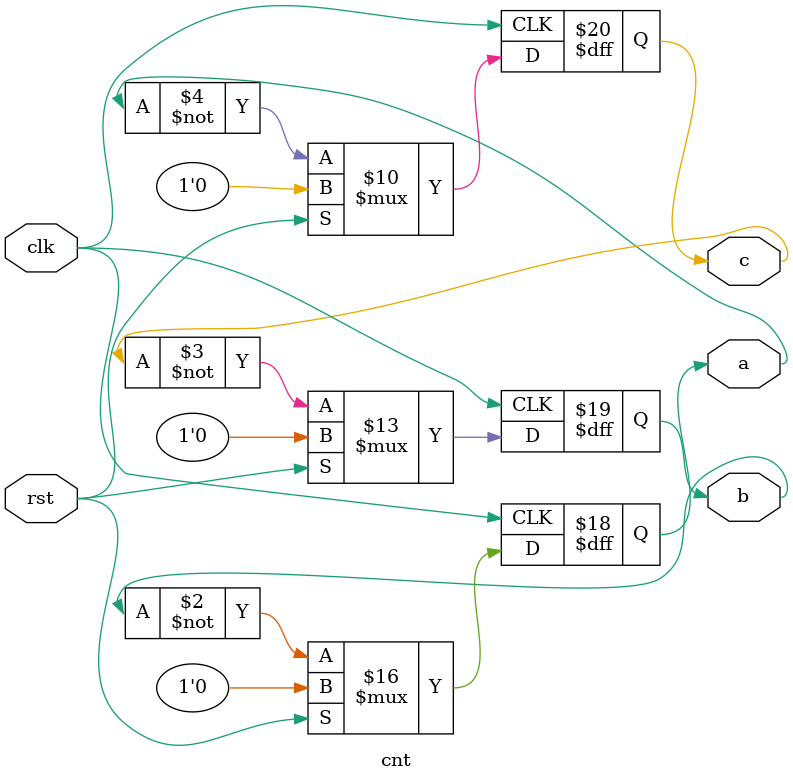
<source format=v>
module cnt(input clk, input rst, output reg a, output reg b, output reg c);

always @(posedge clk) begin
  if (rst) begin
    a <= 0;
    b <= 0;
    c <= 0;
  end else begin
    a <= ~b;
    b <= ~c;
    c <= ~a;
  end
end

assert property (~(a&!b&c));

endmodule
</source>
